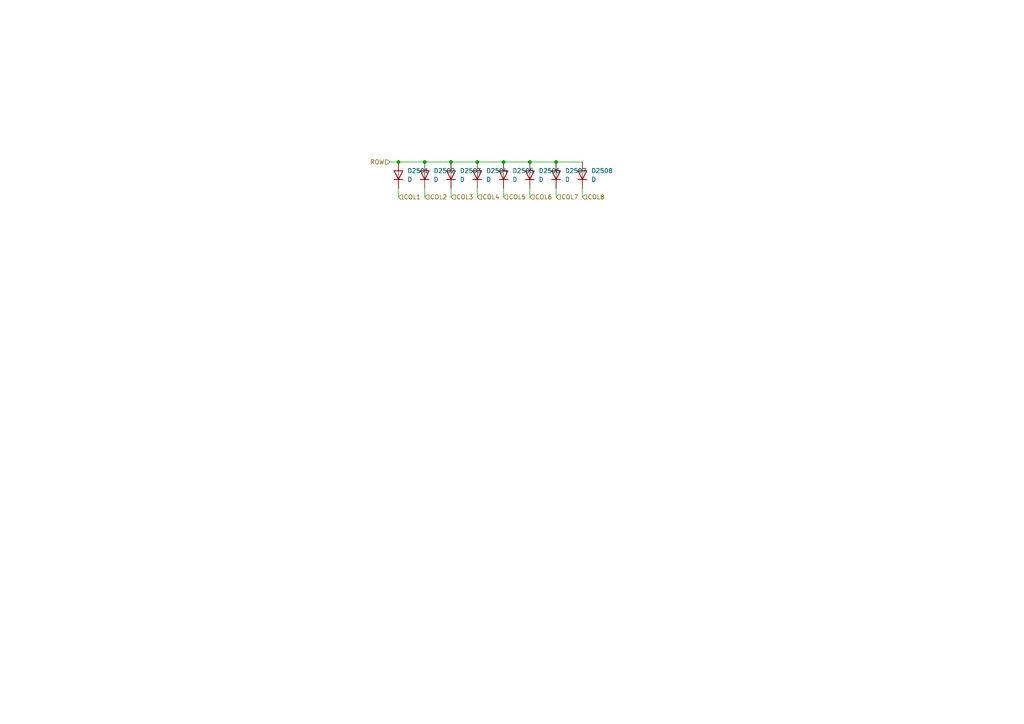
<source format=kicad_sch>
(kicad_sch (version 20231120) (generator "eeschema") (generator_version "8.0")
  (paper "A4")
  (lib_symbols
    (symbol "Device:D" (pin_numbers hide) (pin_names (offset 1.016) hide)
      (property "Reference" "D" (at 0 2.54 0))
      (property "Value" "D" (at 0 -2.54 0))
      (symbol "D_0_1"
        (polyline (pts (xy -1.27 1.27) (xy -1.27 -1.27)) (stroke (width 0.254)))
        (polyline (pts (xy 1.27 0) (xy -1.27 0)))
        (polyline (pts (xy 1.27 1.27) (xy 1.27 -1.27) (xy -1.27 0) (xy 1.27 1.27)) (stroke (width 0.254)))
      )
      (symbol "D_1_1"
        (pin passive line (at -3.81 0 0) (length 2.54) (name "K") (number "1"))
        (pin passive line (at 3.81 0 180) (length 2.54) (name "A") (number "2"))
      )
    )
  )
  (junction (at 130.81 46.99))
  (junction (at 123.19 46.99))
  (junction (at 146.05 46.99))
  (junction (at 153.67 46.99))
  (junction (at 115.57 46.99))
  (junction (at 161.29 46.99))
  (junction (at 138.43 46.99))
  (wire (pts (xy 161.29 54.61) (xy 161.29 57.15)))
  (wire (pts (xy 123.19 54.61) (xy 123.19 57.15)))
  (wire (pts (xy 138.43 54.61) (xy 138.43 57.15)))
  (wire (pts (xy 146.05 54.61) (xy 146.05 57.15)))
  (wire (pts (xy 168.91 54.61) (xy 168.91 57.15)))
  (wire (pts (xy 115.57 54.61) (xy 115.57 57.15)))
  (wire (pts (xy 146.05 46.99) (xy 153.67 46.99)))
  (wire (pts (xy 138.43 46.99) (xy 146.05 46.99)))
  (wire (pts (xy 113.03 46.99) (xy 115.57 46.99)))
  (wire (pts (xy 153.67 54.61) (xy 153.67 57.15)))
  (wire (pts (xy 123.19 46.99) (xy 130.81 46.99)))
  (wire (pts (xy 130.81 54.61) (xy 130.81 57.15)))
  (wire (pts (xy 130.81 46.99) (xy 138.43 46.99)))
  (wire (pts (xy 153.67 46.99) (xy 161.29 46.99)))
  (wire (pts (xy 161.29 46.99) (xy 168.91 46.99)))
  (wire (pts (xy 115.57 46.99) (xy 123.19 46.99)))
  (hierarchical_label "COL2" (shape input) (at 123.19 57.15 0))
  (hierarchical_label "COL8" (shape input) (at 168.91 57.15 0))
  (hierarchical_label "COL6" (shape input) (at 153.67 57.15 0))
  (hierarchical_label "COL7" (shape input) (at 161.29 57.15 0))
  (hierarchical_label "COL4" (shape input) (at 138.43 57.15 0))
  (hierarchical_label "COL1" (shape input) (at 115.57 57.15 0))
  (hierarchical_label "COL5" (shape input) (at 146.05 57.15 0))
  (hierarchical_label "ROW" (shape input) (at 113.03 46.99 180))
  (hierarchical_label "COL3" (shape input) (at 130.81 57.15 0))
  (symbol (lib_id "Device:D") (at 115.57 50.8 90) (unit 1)
    (property "Reference" "D2501" (at 118.11 49.5299 90) (effects (justify right)))
    (property "Value" "D" (at 118.11 52.0699 90) (effects (justify right)))
    (property "Footprint" "custom_kicad_lib_sk:diode4matrix" (effects (hide yes)))
    (property "Description" "Diode" (effects (hide yes)))
    (property "Sim.Device" "D" (effects (hide yes)))
    (property "Sim.Pins" "1=K 2=A" (effects (hide yes)))
    (instances (project "pointMatrix" (path "" (reference "D2501") (unit 1)) (path "" (reference "D2101") (unit 1)) (path "" (reference "D2401") (unit 1)) (path "" (reference "D1201") (unit 1)) (path "" (reference "D1101") (unit 1)) (path "" (reference "D1801") (unit 1)) (path "" (reference "D1401") (unit 1)) (path "" (reference "D2001") (unit 1)) (path "" (reference "D2201") (unit 1)) (path "" (reference "D2301") (unit 1)) (path "" (reference "D1301") (unit 1)) (path "" (reference "D2601") (unit 1)) (path "" (reference "D1501") (unit 1)) (path "" (reference "D1601") (unit 1)) (path "" (reference "D1701") (unit 1)) (path "" (reference "D1901") (unit 1))))
  )
  (symbol (lib_id "Device:D") (at 168.91 50.8 90) (unit 1)
    (property "Reference" "D2508" (at 171.45 49.5299 90) (effects (justify right)))
    (property "Value" "D" (at 171.45 52.0699 90) (effects (justify right)))
    (property "Footprint" "custom_kicad_lib_sk:diode4matrix" (effects (hide yes)))
    (property "Description" "Diode" (effects (hide yes)))
    (property "Sim.Device" "D" (effects (hide yes)))
    (property "Sim.Pins" "1=K 2=A" (effects (hide yes)))
    (instances (project "pointMatrix" (path "" (reference "D2508") (unit 1)) (path "" (reference "D2108") (unit 1)) (path "" (reference "D2408") (unit 1)) (path "" (reference "D1208") (unit 1)) (path "" (reference "D1108") (unit 1)) (path "" (reference "D1808") (unit 1)) (path "" (reference "D1408") (unit 1)) (path "" (reference "D2008") (unit 1)) (path "" (reference "D2208") (unit 1)) (path "" (reference "D2308") (unit 1)) (path "" (reference "D1308") (unit 1)) (path "" (reference "D2608") (unit 1)) (path "" (reference "D1508") (unit 1)) (path "" (reference "D1608") (unit 1)) (path "" (reference "D1708") (unit 1)) (path "" (reference "D1908") (unit 1))))
  )
  (symbol (lib_id "Device:D") (at 130.81 50.8 90) (unit 1)
    (property "Reference" "D2503" (at 133.35 49.5299 90) (effects (justify right)))
    (property "Value" "D" (at 133.35 52.0699 90) (effects (justify right)))
    (property "Footprint" "custom_kicad_lib_sk:diode4matrix" (effects (hide yes)))
    (property "Description" "Diode" (effects (hide yes)))
    (property "Sim.Device" "D" (effects (hide yes)))
    (property "Sim.Pins" "1=K 2=A" (effects (hide yes)))
    (instances (project "pointMatrix" (path "" (reference "D2503") (unit 1)) (path "" (reference "D2103") (unit 1)) (path "" (reference "D2403") (unit 1)) (path "" (reference "D1203") (unit 1)) (path "" (reference "D1103") (unit 1)) (path "" (reference "D1803") (unit 1)) (path "" (reference "D1403") (unit 1)) (path "" (reference "D2003") (unit 1)) (path "" (reference "D2203") (unit 1)) (path "" (reference "D2303") (unit 1)) (path "" (reference "D1303") (unit 1)) (path "" (reference "D2603") (unit 1)) (path "" (reference "D1503") (unit 1)) (path "" (reference "D1603") (unit 1)) (path "" (reference "D1703") (unit 1)) (path "" (reference "D1903") (unit 1))))
  )
  (symbol (lib_id "Device:D") (at 123.19 50.8 90) (unit 1)
    (property "Reference" "D2502" (at 125.73 49.5299 90) (effects (justify right)))
    (property "Value" "D" (at 125.73 52.0699 90) (effects (justify right)))
    (property "Footprint" "custom_kicad_lib_sk:diode4matrix" (effects (hide yes)))
    (property "Description" "Diode" (effects (hide yes)))
    (property "Sim.Device" "D" (effects (hide yes)))
    (property "Sim.Pins" "1=K 2=A" (effects (hide yes)))
    (instances (project "pointMatrix" (path "" (reference "D2502") (unit 1)) (path "" (reference "D2102") (unit 1)) (path "" (reference "D2402") (unit 1)) (path "" (reference "D1202") (unit 1)) (path "" (reference "D1102") (unit 1)) (path "" (reference "D1802") (unit 1)) (path "" (reference "D1402") (unit 1)) (path "" (reference "D2002") (unit 1)) (path "" (reference "D2202") (unit 1)) (path "" (reference "D2302") (unit 1)) (path "" (reference "D1302") (unit 1)) (path "" (reference "D2602") (unit 1)) (path "" (reference "D1502") (unit 1)) (path "" (reference "D1602") (unit 1)) (path "" (reference "D1702") (unit 1)) (path "" (reference "D1902") (unit 1))))
  )
  (symbol (lib_id "Device:D") (at 153.67 50.8 90) (unit 1)
    (property "Reference" "D2506" (at 156.21 49.5299 90) (effects (justify right)))
    (property "Value" "D" (at 156.21 52.0699 90) (effects (justify right)))
    (property "Footprint" "custom_kicad_lib_sk:diode4matrix" (effects (hide yes)))
    (property "Description" "Diode" (effects (hide yes)))
    (property "Sim.Device" "D" (effects (hide yes)))
    (property "Sim.Pins" "1=K 2=A" (effects (hide yes)))
    (instances (project "pointMatrix" (path "" (reference "D2506") (unit 1)) (path "" (reference "D2106") (unit 1)) (path "" (reference "D2406") (unit 1)) (path "" (reference "D1206") (unit 1)) (path "" (reference "D1106") (unit 1)) (path "" (reference "D1806") (unit 1)) (path "" (reference "D1406") (unit 1)) (path "" (reference "D2006") (unit 1)) (path "" (reference "D2206") (unit 1)) (path "" (reference "D2306") (unit 1)) (path "" (reference "D1306") (unit 1)) (path "" (reference "D2606") (unit 1)) (path "" (reference "D1506") (unit 1)) (path "" (reference "D1606") (unit 1)) (path "" (reference "D1706") (unit 1)) (path "" (reference "D1906") (unit 1))))
  )
  (symbol (lib_id "Device:D") (at 146.05 50.8 90) (unit 1)
    (property "Reference" "D2505" (at 148.59 49.5299 90) (effects (justify right)))
    (property "Value" "D" (at 148.59 52.0699 90) (effects (justify right)))
    (property "Footprint" "custom_kicad_lib_sk:diode4matrix" (effects (hide yes)))
    (property "Description" "Diode" (effects (hide yes)))
    (property "Sim.Device" "D" (effects (hide yes)))
    (property "Sim.Pins" "1=K 2=A" (effects (hide yes)))
    (instances (project "pointMatrix" (path "" (reference "D2505") (unit 1)) (path "" (reference "D2105") (unit 1)) (path "" (reference "D2405") (unit 1)) (path "" (reference "D1205") (unit 1)) (path "" (reference "D1105") (unit 1)) (path "" (reference "D1805") (unit 1)) (path "" (reference "D1405") (unit 1)) (path "" (reference "D2005") (unit 1)) (path "" (reference "D2205") (unit 1)) (path "" (reference "D2305") (unit 1)) (path "" (reference "D1305") (unit 1)) (path "" (reference "D2605") (unit 1)) (path "" (reference "D1505") (unit 1)) (path "" (reference "D1605") (unit 1)) (path "" (reference "D1705") (unit 1)) (path "" (reference "D1905") (unit 1))))
  )
  (symbol (lib_id "Device:D") (at 161.29 50.8 90) (unit 1)
    (property "Reference" "D2507" (at 163.83 49.5299 90) (effects (justify right)))
    (property "Value" "D" (at 163.83 52.0699 90) (effects (justify right)))
    (property "Footprint" "custom_kicad_lib_sk:diode4matrix" (effects (hide yes)))
    (property "Description" "Diode" (effects (hide yes)))
    (property "Sim.Device" "D" (effects (hide yes)))
    (property "Sim.Pins" "1=K 2=A" (effects (hide yes)))
    (instances (project "pointMatrix" (path "" (reference "D2507") (unit 1)) (path "" (reference "D2107") (unit 1)) (path "" (reference "D2407") (unit 1)) (path "" (reference "D1207") (unit 1)) (path "" (reference "D1107") (unit 1)) (path "" (reference "D1807") (unit 1)) (path "" (reference "D1407") (unit 1)) (path "" (reference "D2007") (unit 1)) (path "" (reference "D2207") (unit 1)) (path "" (reference "D2307") (unit 1)) (path "" (reference "D1307") (unit 1)) (path "" (reference "D2607") (unit 1)) (path "" (reference "D1507") (unit 1)) (path "" (reference "D1607") (unit 1)) (path "" (reference "D1707") (unit 1)) (path "" (reference "D1907") (unit 1))))
  )
  (symbol (lib_id "Device:D") (at 138.43 50.8 90) (unit 1)
    (property "Reference" "D2504" (at 140.97 49.5299 90) (effects (justify right)))
    (property "Value" "D" (at 140.97 52.0699 90) (effects (justify right)))
    (property "Footprint" "custom_kicad_lib_sk:diode4matrix" (effects (hide yes)))
    (property "Description" "Diode" (effects (hide yes)))
    (property "Sim.Device" "D" (effects (hide yes)))
    (property "Sim.Pins" "1=K 2=A" (effects (hide yes)))
    (instances (project "pointMatrix" (path "" (reference "D2504") (unit 1)) (path "" (reference "D2104") (unit 1)) (path "" (reference "D2404") (unit 1)) (path "" (reference "D1204") (unit 1)) (path "" (reference "D1104") (unit 1)) (path "" (reference "D1804") (unit 1)) (path "" (reference "D1404") (unit 1)) (path "" (reference "D2004") (unit 1)) (path "" (reference "D2204") (unit 1)) (path "" (reference "D2304") (unit 1)) (path "" (reference "D1304") (unit 1)) (path "" (reference "D2604") (unit 1)) (path "" (reference "D1504") (unit 1)) (path "" (reference "D1604") (unit 1)) (path "" (reference "D1704") (unit 1)) (path "" (reference "D1904") (unit 1))))
  )
)
</source>
